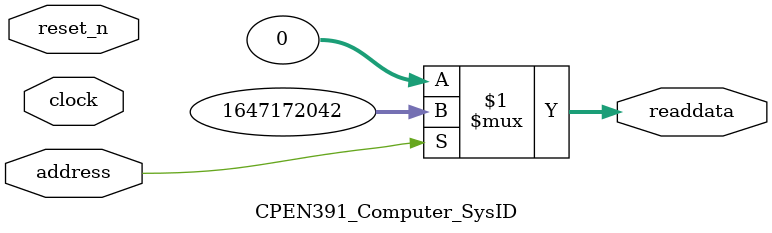
<source format=v>



// synthesis translate_off
`timescale 1ns / 1ps
// synthesis translate_on

// turn off superfluous verilog processor warnings 
// altera message_level Level1 
// altera message_off 10034 10035 10036 10037 10230 10240 10030 

module CPEN391_Computer_SysID (
               // inputs:
                address,
                clock,
                reset_n,

               // outputs:
                readdata
             )
;

  output  [ 31: 0] readdata;
  input            address;
  input            clock;
  input            reset_n;

  wire    [ 31: 0] readdata;
  //control_slave, which is an e_avalon_slave
  assign readdata = address ? 1647172042 : 0;

endmodule



</source>
